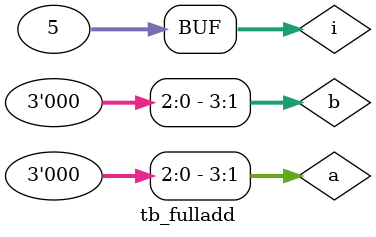
<source format=sv>
module tb_fulladd;
	// 1. Declare testbench variables
   reg [3:0] a;
   reg [3:0] b;
   reg c_in;
   wire [3:0] sum;
   integer i;

	// 2. Instantiate the design and connect to testbench variables
   fulladd  fa0 ( .a (a),
                  .b (b),
                  .c_in (c_in),
                  .c_out (c_out),
                  .sum (sum));

	// 3. Provide stimulus to test the design
   initial begin
      a <= 0;
      b <= 0;
      c_in <= 0;
      
      $monitor ("a=0x%0h b=0x%0h c_in=0x%0h c_out=0x%0h sum=0x%0h", a, b, c_in, c_out, sum);

		// Use a for loop to apply random values to the input
      for (i = 0; i < 5; i = i+1) begin
         #10 a <= $random;
             b <= $random;
         		 c_in <= $random;
      end
   end
  
   initial begin
     $dumpvars;
     $dumpfile("dump.vcd");
   end
endmodule
</source>
